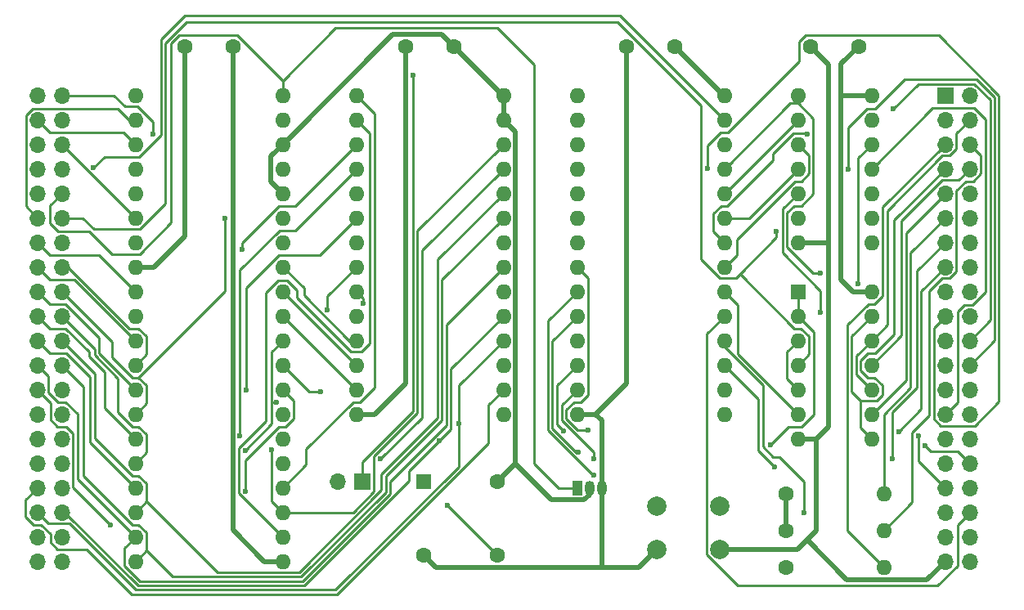
<source format=gbr>
%TF.GenerationSoftware,KiCad,Pcbnew,(5.1.8)-1*%
%TF.CreationDate,2020-12-27T09:28:02+00:00*%
%TF.ProjectId,main-board,6d61696e-2d62-46f6-9172-642e6b696361,rev?*%
%TF.SameCoordinates,Original*%
%TF.FileFunction,Copper,L2,Bot*%
%TF.FilePolarity,Positive*%
%FSLAX46Y46*%
G04 Gerber Fmt 4.6, Leading zero omitted, Abs format (unit mm)*
G04 Created by KiCad (PCBNEW (5.1.8)-1) date 2020-12-27 09:28:02*
%MOMM*%
%LPD*%
G01*
G04 APERTURE LIST*
%TA.AperFunction,ComponentPad*%
%ADD10O,1.600000X1.600000*%
%TD*%
%TA.AperFunction,ComponentPad*%
%ADD11C,1.600000*%
%TD*%
%TA.AperFunction,ComponentPad*%
%ADD12O,1.700000X1.700000*%
%TD*%
%TA.AperFunction,ComponentPad*%
%ADD13R,1.700000X1.700000*%
%TD*%
%TA.AperFunction,ComponentPad*%
%ADD14R,1.600000X1.600000*%
%TD*%
%TA.AperFunction,ComponentPad*%
%ADD15R,1.050000X1.500000*%
%TD*%
%TA.AperFunction,ComponentPad*%
%ADD16O,1.050000X1.500000*%
%TD*%
%TA.AperFunction,ComponentPad*%
%ADD17C,2.000000*%
%TD*%
%TA.AperFunction,ViaPad*%
%ADD18C,0.600000*%
%TD*%
%TA.AperFunction,Conductor*%
%ADD19C,0.500000*%
%TD*%
%TA.AperFunction,Conductor*%
%ADD20C,0.250000*%
%TD*%
G04 APERTURE END LIST*
D10*
%TO.P,R3,2*%
%TO.N,!IRQ*%
X158750000Y-83185000D03*
D11*
%TO.P,R3,1*%
%TO.N,+5V*%
X148590000Y-83185000D03*
%TD*%
D10*
%TO.P,R1,2*%
%TO.N,RDY*%
X158750000Y-75565000D03*
D11*
%TO.P,R1,1*%
%TO.N,+5V*%
X148590000Y-75565000D03*
%TD*%
%TO.P,C4,2*%
%TO.N,+5V*%
X156130000Y-29210000D03*
%TO.P,C4,1*%
%TO.N,GND*%
X151130000Y-29210000D03*
%TD*%
%TO.P,C3,2*%
%TO.N,+5V*%
X137080000Y-29210000D03*
%TO.P,C3,1*%
%TO.N,GND*%
X132080000Y-29210000D03*
%TD*%
%TO.P,C2,2*%
%TO.N,+5V*%
X114220000Y-29210000D03*
%TO.P,C2,1*%
%TO.N,GND*%
X109220000Y-29210000D03*
%TD*%
%TO.P,C1,2*%
%TO.N,GND*%
X91360000Y-29210000D03*
%TO.P,C1,1*%
%TO.N,+5V*%
X86360000Y-29210000D03*
%TD*%
D10*
%TO.P,U3,28*%
%TO.N,+5V*%
X142240000Y-34290000D03*
%TO.P,U3,14*%
%TO.N,GND*%
X127000000Y-67310000D03*
%TO.P,U3,27*%
%TO.N,!WRITE*%
X142240000Y-36830000D03*
%TO.P,U3,13*%
%TO.N,D2*%
X127000000Y-64770000D03*
%TO.P,U3,26*%
%TO.N,A13*%
X142240000Y-39370000D03*
%TO.P,U3,12*%
%TO.N,D1*%
X127000000Y-62230000D03*
%TO.P,U3,25*%
%TO.N,A8*%
X142240000Y-41910000D03*
%TO.P,U3,11*%
%TO.N,D0*%
X127000000Y-59690000D03*
%TO.P,U3,24*%
%TO.N,A9*%
X142240000Y-44450000D03*
%TO.P,U3,10*%
%TO.N,A0*%
X127000000Y-57150000D03*
%TO.P,U3,23*%
%TO.N,A11*%
X142240000Y-46990000D03*
%TO.P,U3,9*%
%TO.N,A1*%
X127000000Y-54610000D03*
%TO.P,U3,22*%
%TO.N,!READ*%
X142240000Y-49530000D03*
%TO.P,U3,8*%
%TO.N,A2*%
X127000000Y-52070000D03*
%TO.P,U3,21*%
%TO.N,A10*%
X142240000Y-52070000D03*
%TO.P,U3,7*%
%TO.N,A3*%
X127000000Y-49530000D03*
%TO.P,U3,20*%
%TO.N,!RAM_SELECT*%
X142240000Y-54610000D03*
%TO.P,U3,6*%
%TO.N,A4*%
X127000000Y-46990000D03*
%TO.P,U3,19*%
%TO.N,D7*%
X142240000Y-57150000D03*
%TO.P,U3,5*%
%TO.N,A5*%
X127000000Y-44450000D03*
%TO.P,U3,18*%
%TO.N,D6*%
X142240000Y-59690000D03*
%TO.P,U3,4*%
%TO.N,A6*%
X127000000Y-41910000D03*
%TO.P,U3,17*%
%TO.N,D5*%
X142240000Y-62230000D03*
%TO.P,U3,3*%
%TO.N,A7*%
X127000000Y-39370000D03*
%TO.P,U3,16*%
%TO.N,D4*%
X142240000Y-64770000D03*
%TO.P,U3,2*%
%TO.N,A12*%
X127000000Y-36830000D03*
%TO.P,U3,15*%
%TO.N,D3*%
X142240000Y-67310000D03*
%TO.P,U3,1*%
%TO.N,A14*%
X127000000Y-34290000D03*
%TD*%
D12*
%TO.P,J2,40*%
%TO.N,GND*%
X167640000Y-82550000D03*
%TO.P,J2,39*%
X165100000Y-82550000D03*
%TO.P,J2,38*%
%TO.N,+5V*%
X167640000Y-80010000D03*
%TO.P,J2,37*%
X165100000Y-80010000D03*
%TO.P,J2,36*%
%TO.N,D7*%
X167640000Y-77470000D03*
%TO.P,J2,35*%
%TO.N,D6*%
X165100000Y-77470000D03*
%TO.P,J2,34*%
%TO.N,D5*%
X167640000Y-74930000D03*
%TO.P,J2,33*%
%TO.N,D4*%
X165100000Y-74930000D03*
%TO.P,J2,32*%
%TO.N,D3*%
X167640000Y-72390000D03*
%TO.P,J2,31*%
%TO.N,D2*%
X165100000Y-72390000D03*
%TO.P,J2,30*%
%TO.N,D1*%
X167640000Y-69850000D03*
%TO.P,J2,29*%
%TO.N,D0*%
X165100000Y-69850000D03*
%TO.P,J2,28*%
%TO.N,A15*%
X167640000Y-67310000D03*
%TO.P,J2,27*%
%TO.N,A14*%
X165100000Y-67310000D03*
%TO.P,J2,26*%
%TO.N,A13*%
X167640000Y-64770000D03*
%TO.P,J2,25*%
%TO.N,A12*%
X165100000Y-64770000D03*
%TO.P,J2,24*%
%TO.N,A11*%
X167640000Y-62230000D03*
%TO.P,J2,23*%
%TO.N,A10*%
X165100000Y-62230000D03*
%TO.P,J2,22*%
%TO.N,A9*%
X167640000Y-59690000D03*
%TO.P,J2,21*%
%TO.N,A8*%
X165100000Y-59690000D03*
%TO.P,J2,20*%
%TO.N,A7*%
X167640000Y-57150000D03*
%TO.P,J2,19*%
%TO.N,A6*%
X165100000Y-57150000D03*
%TO.P,J2,18*%
%TO.N,A5*%
X167640000Y-54610000D03*
%TO.P,J2,17*%
%TO.N,A4*%
X165100000Y-54610000D03*
%TO.P,J2,16*%
%TO.N,A3*%
X167640000Y-52070000D03*
%TO.P,J2,15*%
%TO.N,A2*%
X165100000Y-52070000D03*
%TO.P,J2,14*%
%TO.N,A1*%
X167640000Y-49530000D03*
%TO.P,J2,13*%
%TO.N,A0*%
X165100000Y-49530000D03*
%TO.P,J2,12*%
%TO.N,!P_SELECT*%
X167640000Y-46990000D03*
%TO.P,J2,11*%
%TO.N,RDY*%
X165100000Y-46990000D03*
%TO.P,J2,10*%
%TO.N,!RESET*%
X167640000Y-44450000D03*
%TO.P,J2,9*%
%TO.N,R!W*%
X165100000Y-44450000D03*
%TO.P,J2,8*%
%TO.N,!WRITE*%
X167640000Y-41910000D03*
%TO.P,J2,7*%
%TO.N,!READ*%
X165100000Y-41910000D03*
%TO.P,J2,6*%
%TO.N,!NMI*%
X167640000Y-39370000D03*
%TO.P,J2,5*%
%TO.N,!IRQ*%
X165100000Y-39370000D03*
%TO.P,J2,4*%
%TO.N,PHI2*%
X167640000Y-36830000D03*
%TO.P,J2,3*%
%TO.N,PHI1*%
X165100000Y-36830000D03*
%TO.P,J2,2*%
%TO.N,CLK*%
X167640000Y-34290000D03*
D13*
%TO.P,J2,1*%
%TO.N,GND*%
X165100000Y-34290000D03*
%TD*%
D11*
%TO.P,X1,4*%
%TO.N,GND*%
X111125000Y-81915000D03*
%TO.P,X1,5*%
%TO.N,CLK1*%
X118745000Y-81915000D03*
%TO.P,X1,8*%
%TO.N,+5V*%
X118745000Y-74295000D03*
D14*
%TO.P,X1,1*%
%TO.N,Net-(X1-Pad1)*%
X111125000Y-74295000D03*
%TD*%
D15*
%TO.P,U6,1*%
%TO.N,!RESET*%
X127000000Y-74930000D03*
D16*
%TO.P,U6,3*%
%TO.N,GND*%
X129540000Y-74930000D03*
%TO.P,U6,2*%
%TO.N,+5V*%
X128270000Y-74930000D03*
%TD*%
D17*
%TO.P,SW1,1*%
%TO.N,!RESET*%
X141755000Y-76835000D03*
%TO.P,SW1,2*%
%TO.N,GND*%
X141755000Y-81335000D03*
%TO.P,SW1,1*%
%TO.N,!RESET*%
X135255000Y-76835000D03*
%TO.P,SW1,2*%
%TO.N,GND*%
X135255000Y-81335000D03*
%TD*%
D10*
%TO.P,R2,2*%
%TO.N,!NMI*%
X158750000Y-79375000D03*
D11*
%TO.P,R2,1*%
%TO.N,+5V*%
X148590000Y-79375000D03*
%TD*%
D13*
%TO.P,JP1,1*%
%TO.N,CLK*%
X104775000Y-74295000D03*
D12*
%TO.P,JP1,2*%
%TO.N,CLK1*%
X102235000Y-74295000D03*
%TD*%
D10*
%TO.P,U5,14*%
%TO.N,+5V*%
X157480000Y-54610000D03*
%TO.P,U5,7*%
%TO.N,GND*%
X149860000Y-69850000D03*
%TO.P,U5,13*%
%TO.N,!READ*%
X157480000Y-57150000D03*
%TO.P,U5,6*%
%TO.N,!RAM_SELECT*%
X149860000Y-67310000D03*
%TO.P,U5,12*%
%TO.N,PHI2*%
X157480000Y-59690000D03*
%TO.P,U5,5*%
%TO.N,!ROM_SELECT*%
X149860000Y-64770000D03*
%TO.P,U5,11*%
%TO.N,!WRITE*%
X157480000Y-62230000D03*
%TO.P,U5,4*%
%TO.N,!P_SELECT*%
X149860000Y-62230000D03*
%TO.P,U5,10*%
%TO.N,PHI2*%
X157480000Y-64770000D03*
%TO.P,U5,3*%
%TO.N,!ROM_SELECT*%
X149860000Y-59690000D03*
%TO.P,U5,9*%
%TO.N,R!W*%
X157480000Y-67310000D03*
%TO.P,U5,2*%
%TO.N,A15*%
X149860000Y-57150000D03*
%TO.P,U5,8*%
%TO.N,!READ*%
X157480000Y-69850000D03*
D14*
%TO.P,U5,1*%
%TO.N,A15*%
X149860000Y-54610000D03*
%TD*%
D10*
%TO.P,U4,14*%
%TO.N,+5V*%
X157480000Y-34290000D03*
%TO.P,U4,7*%
%TO.N,GND*%
X149860000Y-49530000D03*
%TO.P,U4,13*%
%TO.N,N/C*%
X157480000Y-36830000D03*
%TO.P,U4,6*%
%TO.N,A13*%
X149860000Y-46990000D03*
%TO.P,U4,12*%
%TO.N,!ROM_SELECT*%
X157480000Y-39370000D03*
%TO.P,U4,5*%
%TO.N,A12*%
X149860000Y-44450000D03*
%TO.P,U4,11*%
%TO.N,A14*%
X157480000Y-41910000D03*
%TO.P,U4,4*%
%TO.N,A11*%
X149860000Y-41910000D03*
%TO.P,U4,10*%
%TO.N,N/C*%
X157480000Y-44450000D03*
%TO.P,U4,3*%
%TO.N,A10*%
X149860000Y-39370000D03*
%TO.P,U4,9*%
%TO.N,N/C*%
X157480000Y-46990000D03*
%TO.P,U4,2*%
%TO.N,A9*%
X149860000Y-36830000D03*
%TO.P,U4,8*%
%TO.N,!P_SELECT*%
X157480000Y-49530000D03*
%TO.P,U4,1*%
%TO.N,A8*%
X149860000Y-34290000D03*
%TD*%
%TO.P,U2,28*%
%TO.N,+5V*%
X119380000Y-34290000D03*
%TO.P,U2,14*%
%TO.N,GND*%
X104140000Y-67310000D03*
%TO.P,U2,27*%
%TO.N,+5V*%
X119380000Y-36830000D03*
%TO.P,U2,13*%
%TO.N,D2*%
X104140000Y-64770000D03*
%TO.P,U2,26*%
%TO.N,A13*%
X119380000Y-39370000D03*
%TO.P,U2,12*%
%TO.N,D1*%
X104140000Y-62230000D03*
%TO.P,U2,25*%
%TO.N,A8*%
X119380000Y-41910000D03*
%TO.P,U2,11*%
%TO.N,D0*%
X104140000Y-59690000D03*
%TO.P,U2,24*%
%TO.N,A9*%
X119380000Y-44450000D03*
%TO.P,U2,10*%
%TO.N,A0*%
X104140000Y-57150000D03*
%TO.P,U2,23*%
%TO.N,A11*%
X119380000Y-46990000D03*
%TO.P,U2,9*%
%TO.N,A1*%
X104140000Y-54610000D03*
%TO.P,U2,22*%
%TO.N,!READ*%
X119380000Y-49530000D03*
%TO.P,U2,8*%
%TO.N,A2*%
X104140000Y-52070000D03*
%TO.P,U2,21*%
%TO.N,A10*%
X119380000Y-52070000D03*
%TO.P,U2,7*%
%TO.N,A3*%
X104140000Y-49530000D03*
%TO.P,U2,20*%
%TO.N,!ROM_SELECT*%
X119380000Y-54610000D03*
%TO.P,U2,6*%
%TO.N,A4*%
X104140000Y-46990000D03*
%TO.P,U2,19*%
%TO.N,D7*%
X119380000Y-57150000D03*
%TO.P,U2,5*%
%TO.N,A5*%
X104140000Y-44450000D03*
%TO.P,U2,18*%
%TO.N,D6*%
X119380000Y-59690000D03*
%TO.P,U2,4*%
%TO.N,A6*%
X104140000Y-41910000D03*
%TO.P,U2,17*%
%TO.N,D5*%
X119380000Y-62230000D03*
%TO.P,U2,3*%
%TO.N,A7*%
X104140000Y-39370000D03*
%TO.P,U2,16*%
%TO.N,D4*%
X119380000Y-64770000D03*
%TO.P,U2,2*%
%TO.N,A12*%
X104140000Y-36830000D03*
%TO.P,U2,15*%
%TO.N,D3*%
X119380000Y-67310000D03*
%TO.P,U2,1*%
%TO.N,A14*%
X104140000Y-34290000D03*
%TD*%
%TO.P,U1,40*%
%TO.N,!RESET*%
X96520000Y-34290000D03*
%TO.P,U1,20*%
%TO.N,A11*%
X81280000Y-82550000D03*
%TO.P,U1,39*%
%TO.N,PHI2*%
X96520000Y-36830000D03*
%TO.P,U1,19*%
%TO.N,A10*%
X81280000Y-80010000D03*
%TO.P,U1,38*%
%TO.N,+5V*%
X96520000Y-39370000D03*
%TO.P,U1,18*%
%TO.N,A9*%
X81280000Y-77470000D03*
%TO.P,U1,37*%
%TO.N,CLK*%
X96520000Y-41910000D03*
%TO.P,U1,17*%
%TO.N,A8*%
X81280000Y-74930000D03*
%TO.P,U1,36*%
%TO.N,+5V*%
X96520000Y-44450000D03*
%TO.P,U1,16*%
%TO.N,A7*%
X81280000Y-72390000D03*
%TO.P,U1,35*%
%TO.N,Net-(U1-Pad35)*%
X96520000Y-46990000D03*
%TO.P,U1,15*%
%TO.N,A6*%
X81280000Y-69850000D03*
%TO.P,U1,34*%
%TO.N,R!W*%
X96520000Y-49530000D03*
%TO.P,U1,14*%
%TO.N,A5*%
X81280000Y-67310000D03*
%TO.P,U1,33*%
%TO.N,D0*%
X96520000Y-52070000D03*
%TO.P,U1,13*%
%TO.N,A4*%
X81280000Y-64770000D03*
%TO.P,U1,32*%
%TO.N,D1*%
X96520000Y-54610000D03*
%TO.P,U1,12*%
%TO.N,A3*%
X81280000Y-62230000D03*
%TO.P,U1,31*%
%TO.N,D2*%
X96520000Y-57150000D03*
%TO.P,U1,11*%
%TO.N,A2*%
X81280000Y-59690000D03*
%TO.P,U1,30*%
%TO.N,D3*%
X96520000Y-59690000D03*
%TO.P,U1,10*%
%TO.N,A1*%
X81280000Y-57150000D03*
%TO.P,U1,29*%
%TO.N,D4*%
X96520000Y-62230000D03*
%TO.P,U1,9*%
%TO.N,A0*%
X81280000Y-54610000D03*
%TO.P,U1,28*%
%TO.N,D5*%
X96520000Y-64770000D03*
%TO.P,U1,8*%
%TO.N,+5V*%
X81280000Y-52070000D03*
%TO.P,U1,27*%
%TO.N,D6*%
X96520000Y-67310000D03*
%TO.P,U1,7*%
%TO.N,Net-(U1-Pad7)*%
X81280000Y-49530000D03*
%TO.P,U1,26*%
%TO.N,D7*%
X96520000Y-69850000D03*
%TO.P,U1,6*%
%TO.N,!NMI*%
X81280000Y-46990000D03*
%TO.P,U1,25*%
%TO.N,A15*%
X96520000Y-72390000D03*
%TO.P,U1,5*%
%TO.N,Net-(U1-Pad5)*%
X81280000Y-44450000D03*
%TO.P,U1,24*%
%TO.N,A14*%
X96520000Y-74930000D03*
%TO.P,U1,4*%
%TO.N,!IRQ*%
X81280000Y-41910000D03*
%TO.P,U1,23*%
%TO.N,A13*%
X96520000Y-77470000D03*
%TO.P,U1,3*%
%TO.N,PHI1*%
X81280000Y-39370000D03*
%TO.P,U1,22*%
%TO.N,A12*%
X96520000Y-80010000D03*
%TO.P,U1,2*%
%TO.N,RDY*%
X81280000Y-36830000D03*
%TO.P,U1,21*%
%TO.N,GND*%
X96520000Y-82550000D03*
%TO.P,U1,1*%
%TO.N,Net-(U1-Pad1)*%
X81280000Y-34290000D03*
%TD*%
D12*
%TO.P,J1,40*%
%TO.N,GND*%
X73660000Y-82550000D03*
%TO.P,J1,39*%
X71120000Y-82550000D03*
%TO.P,J1,38*%
%TO.N,+5V*%
X73660000Y-80010000D03*
%TO.P,J1,37*%
X71120000Y-80010000D03*
%TO.P,J1,36*%
%TO.N,D7*%
X73660000Y-77470000D03*
%TO.P,J1,35*%
%TO.N,D6*%
X71120000Y-77470000D03*
%TO.P,J1,34*%
%TO.N,D5*%
X73660000Y-74930000D03*
%TO.P,J1,33*%
%TO.N,D4*%
X71120000Y-74930000D03*
%TO.P,J1,32*%
%TO.N,D3*%
X73660000Y-72390000D03*
%TO.P,J1,31*%
%TO.N,D2*%
X71120000Y-72390000D03*
%TO.P,J1,30*%
%TO.N,D1*%
X73660000Y-69850000D03*
%TO.P,J1,29*%
%TO.N,D0*%
X71120000Y-69850000D03*
%TO.P,J1,28*%
%TO.N,A15*%
X73660000Y-67310000D03*
%TO.P,J1,27*%
%TO.N,A14*%
X71120000Y-67310000D03*
%TO.P,J1,26*%
%TO.N,A13*%
X73660000Y-64770000D03*
%TO.P,J1,25*%
%TO.N,A12*%
X71120000Y-64770000D03*
%TO.P,J1,24*%
%TO.N,A11*%
X73660000Y-62230000D03*
%TO.P,J1,23*%
%TO.N,A10*%
X71120000Y-62230000D03*
%TO.P,J1,22*%
%TO.N,A9*%
X73660000Y-59690000D03*
%TO.P,J1,21*%
%TO.N,A8*%
X71120000Y-59690000D03*
%TO.P,J1,20*%
%TO.N,A7*%
X73660000Y-57150000D03*
%TO.P,J1,19*%
%TO.N,A6*%
X71120000Y-57150000D03*
%TO.P,J1,18*%
%TO.N,A5*%
X73660000Y-54610000D03*
%TO.P,J1,17*%
%TO.N,A4*%
X71120000Y-54610000D03*
%TO.P,J1,16*%
%TO.N,A3*%
X73660000Y-52070000D03*
%TO.P,J1,15*%
%TO.N,A2*%
X71120000Y-52070000D03*
%TO.P,J1,14*%
%TO.N,A1*%
X73660000Y-49530000D03*
%TO.P,J1,13*%
%TO.N,A0*%
X71120000Y-49530000D03*
%TO.P,J1,12*%
%TO.N,!P_SELECT*%
X73660000Y-46990000D03*
%TO.P,J1,11*%
%TO.N,RDY*%
X71120000Y-46990000D03*
%TO.P,J1,10*%
%TO.N,!RESET*%
X73660000Y-44450000D03*
%TO.P,J1,9*%
%TO.N,R!W*%
X71120000Y-44450000D03*
%TO.P,J1,8*%
%TO.N,!WRITE*%
X73660000Y-41910000D03*
%TO.P,J1,7*%
%TO.N,!READ*%
X71120000Y-41910000D03*
%TO.P,J1,6*%
%TO.N,!NMI*%
X73660000Y-39370000D03*
%TO.P,J1,5*%
%TO.N,!IRQ*%
X71120000Y-39370000D03*
%TO.P,J1,4*%
%TO.N,PHI2*%
X73660000Y-36830000D03*
%TO.P,J1,3*%
%TO.N,PHI1*%
X71120000Y-36830000D03*
%TO.P,J1,2*%
%TO.N,CLK*%
X73660000Y-34290000D03*
%TO.P,J1,1*%
%TO.N,GND*%
X71120000Y-34290000D03*
%TD*%
D18*
%TO.N,+5V*%
X86360000Y-44573100D03*
%TO.N,CLK*%
X110024200Y-32175400D03*
X83091100Y-38335300D03*
%TO.N,!READ*%
X150821200Y-38275700D03*
%TO.N,!WRITE*%
X76956700Y-41746000D03*
%TO.N,A13*%
X95343400Y-70970400D03*
%TO.N,A12*%
X152218700Y-56792700D03*
X78703700Y-78740000D03*
%TO.N,A11*%
X155097700Y-41910000D03*
%TO.N,A9*%
X159707300Y-35704600D03*
%TO.N,A8*%
X106621400Y-71953100D03*
X152218700Y-52686200D03*
%TO.N,A7*%
X92294200Y-50237300D03*
%TO.N,A6*%
X92112900Y-69534400D03*
X140496500Y-41856600D03*
%TO.N,A5*%
X90577300Y-47061700D03*
%TO.N,A4*%
X92738900Y-64770000D03*
%TO.N,A2*%
X101117000Y-56522800D03*
X160287000Y-69105200D03*
X128112500Y-68937800D03*
%TO.N,A1*%
X104895400Y-55806400D03*
X128736400Y-73653600D03*
%TO.N,A0*%
X159632100Y-71933500D03*
X127160400Y-71257400D03*
%TO.N,D7*%
X112713800Y-70066000D03*
%TO.N,D6*%
X114752800Y-68313400D03*
X150495000Y-77470000D03*
%TO.N,D5*%
X92684100Y-75285500D03*
X147475300Y-72787400D03*
%TO.N,D4*%
X100436300Y-64999800D03*
X162330100Y-69585900D03*
%TO.N,D3*%
X92628500Y-71062600D03*
X95868200Y-66076000D03*
X163024900Y-70553200D03*
%TO.N,D2*%
X128736300Y-71882700D03*
%TO.N,D1*%
X125598300Y-69021800D03*
%TO.N,A15*%
X146985900Y-70508200D03*
%TO.N,CLK1*%
X113575100Y-76745100D03*
%TO.N,!ROM_SELECT*%
X156058300Y-53845900D03*
%TO.N,!P_SELECT*%
X147642800Y-48368500D03*
%TD*%
D19*
%TO.N,GND*%
X128905000Y-67310000D02*
X127000000Y-67310000D01*
X132080000Y-29210000D02*
X132080000Y-64135000D01*
X132080000Y-64135000D02*
X128905000Y-67310000D01*
X129540000Y-74930000D02*
X129540000Y-67945000D01*
X129540000Y-67945000D02*
X128905000Y-67310000D01*
X151765000Y-69850000D02*
X149860000Y-69850000D01*
X153035000Y-49530000D02*
X153035000Y-68580000D01*
X153035000Y-68580000D02*
X151765000Y-69850000D01*
X151130000Y-29210000D02*
X153035000Y-31115000D01*
X153035000Y-31115000D02*
X153035000Y-49530000D01*
X149860000Y-49530000D02*
X153035000Y-49530000D01*
X91360000Y-29210000D02*
X91360000Y-79295000D01*
X91360000Y-79295000D02*
X94615000Y-82550000D01*
X94615000Y-82550000D02*
X96520000Y-82550000D01*
X109220000Y-29210000D02*
X109220000Y-64135000D01*
X109220000Y-64135000D02*
X106045000Y-67310000D01*
X106045000Y-67310000D02*
X104140000Y-67310000D01*
X133424999Y-83165001D02*
X135255000Y-81335000D01*
X111125000Y-81915000D02*
X112375001Y-83165001D01*
X129540000Y-83145002D02*
X129559999Y-83165001D01*
X129540000Y-74930000D02*
X129540000Y-83145002D01*
X129559999Y-83165001D02*
X133424999Y-83165001D01*
X112375001Y-83165001D02*
X129559999Y-83165001D01*
X141755000Y-81335000D02*
X149805000Y-81335000D01*
X163214999Y-84435001D02*
X154920001Y-84435001D01*
X165100000Y-82550000D02*
X163214999Y-84435001D01*
X154920001Y-84435001D02*
X150812500Y-80327500D01*
X149805000Y-81335000D02*
X150812500Y-80327500D01*
X151765000Y-79375000D02*
X150812500Y-80327500D01*
X151765000Y-69850000D02*
X151765000Y-79375000D01*
%TO.N,+5V*%
X114220000Y-29210000D02*
X119300000Y-34290000D01*
X119300000Y-34290000D02*
X119340000Y-34290000D01*
X119340000Y-34290000D02*
X119380000Y-34330000D01*
X119380000Y-34330000D02*
X119380000Y-36830000D01*
X119340000Y-34290000D02*
X119380000Y-34290000D01*
X120633900Y-72406100D02*
X118745000Y-74295000D01*
X119380000Y-36830000D02*
X120633900Y-38083900D01*
X120633900Y-38083900D02*
X120633900Y-72406100D01*
X120633900Y-72406100D02*
X124358200Y-76130400D01*
X124358200Y-76130400D02*
X127748900Y-76130400D01*
X127748900Y-76130400D02*
X128270000Y-75609300D01*
X128270000Y-75609300D02*
X128270000Y-74930000D01*
X96520000Y-44450000D02*
X95269500Y-43199500D01*
X95269500Y-43199500D02*
X95269500Y-40620500D01*
X95269500Y-40620500D02*
X96520000Y-39370000D01*
X86360000Y-44573100D02*
X86360000Y-48895000D01*
X86360000Y-48895000D02*
X83185000Y-52070000D01*
X83185000Y-52070000D02*
X81280000Y-52070000D01*
X86360000Y-29210000D02*
X86360000Y-44573100D01*
X157480000Y-34290000D02*
X154305000Y-34290000D01*
X156130000Y-29210000D02*
X154305000Y-31035000D01*
X154305000Y-31035000D02*
X154305000Y-34290000D01*
X154305000Y-34290000D02*
X154305000Y-53340000D01*
X154305000Y-53340000D02*
X155575000Y-54610000D01*
X155575000Y-54610000D02*
X157480000Y-54610000D01*
X137080000Y-29210000D02*
X142160000Y-34290000D01*
X142160000Y-34290000D02*
X142240000Y-34290000D01*
X107930001Y-27959999D02*
X96520000Y-39370000D01*
X112969999Y-27959999D02*
X107930001Y-27959999D01*
X114220000Y-29210000D02*
X112969999Y-27959999D01*
X148590000Y-75565000D02*
X148590000Y-79375000D01*
D20*
%TO.N,CLK*%
X110024200Y-32175400D02*
X110024200Y-67029100D01*
X110024200Y-67029100D02*
X104775000Y-72278300D01*
X104775000Y-72278300D02*
X104775000Y-74295000D01*
X83091100Y-38335300D02*
X83091100Y-37041400D01*
X83091100Y-37041400D02*
X81510600Y-35460900D01*
X81510600Y-35460900D02*
X80229200Y-35460900D01*
X80229200Y-35460900D02*
X79058300Y-34290000D01*
X79058300Y-34290000D02*
X73660000Y-34290000D01*
%TO.N,!READ*%
X150821200Y-38275700D02*
X150733300Y-38187800D01*
X150733300Y-38187800D02*
X149391000Y-38187800D01*
X149391000Y-38187800D02*
X147257000Y-40321800D01*
X147257000Y-40321800D02*
X147257000Y-41030500D01*
X147257000Y-41030500D02*
X142567500Y-45720000D01*
X142567500Y-45720000D02*
X141916600Y-45720000D01*
X141916600Y-45720000D02*
X141098200Y-46538400D01*
X141098200Y-46538400D02*
X141098200Y-48388200D01*
X141098200Y-48388200D02*
X142240000Y-49530000D01*
X156323900Y-65902800D02*
X157990600Y-65902800D01*
X157990600Y-65902800D02*
X158609100Y-65284300D01*
X158609100Y-65284300D02*
X158609100Y-64307500D01*
X158609100Y-64307500D02*
X157801600Y-63500000D01*
X157801600Y-63500000D02*
X157075800Y-63500000D01*
X157075800Y-63500000D02*
X156324200Y-62748400D01*
X156324200Y-62748400D02*
X156324200Y-61765400D01*
X156324200Y-61765400D02*
X157129600Y-60960000D01*
X157129600Y-60960000D02*
X157867200Y-60960000D01*
X157867200Y-60960000D02*
X159810300Y-59016900D01*
X159810300Y-59016900D02*
X159810300Y-47199700D01*
X159810300Y-47199700D02*
X165100000Y-41910000D01*
X157480000Y-57150000D02*
X155423600Y-59206400D01*
X155423600Y-59206400D02*
X155423600Y-65002500D01*
X155423600Y-65002500D02*
X156323900Y-65902800D01*
X156323900Y-65902800D02*
X156323900Y-68693900D01*
X156323900Y-68693900D02*
X157480000Y-69850000D01*
%TO.N,!WRITE*%
X157480000Y-62230000D02*
X160583000Y-59127000D01*
X160583000Y-59127000D02*
X160583000Y-47304700D01*
X160583000Y-47304700D02*
X164802300Y-43085400D01*
X164802300Y-43085400D02*
X166464600Y-43085400D01*
X166464600Y-43085400D02*
X167640000Y-41910000D01*
X131445000Y-26035000D02*
X132080000Y-26670000D01*
X83941400Y-28453600D02*
X86360000Y-26035000D01*
X83941400Y-38369400D02*
X83941400Y-28453600D01*
X78062700Y-40640000D02*
X81670800Y-40640000D01*
X76956700Y-41746000D02*
X78062700Y-40640000D01*
X81670800Y-40640000D02*
X83941400Y-38369400D01*
X132080000Y-26670000D02*
X142240000Y-36830000D01*
X86360000Y-26035000D02*
X131445000Y-26035000D01*
X132045000Y-26635000D02*
X132080000Y-26670000D01*
%TO.N,RDY*%
X165100000Y-46990000D02*
X161483700Y-50606300D01*
X71120000Y-46990000D02*
X69932400Y-45802400D01*
X69932400Y-45802400D02*
X69932400Y-36335600D01*
X69932400Y-36335600D02*
X70620500Y-35647500D01*
X70620500Y-35647500D02*
X79460600Y-35647500D01*
X79460600Y-35647500D02*
X80643100Y-36830000D01*
X80643100Y-36830000D02*
X81280000Y-36830000D01*
X161483700Y-50606300D02*
X161483700Y-64580100D01*
X161483700Y-64580100D02*
X158750000Y-67313800D01*
X158750000Y-75565000D02*
X158750000Y-67310000D01*
%TO.N,R!W*%
X165100000Y-44450000D02*
X161033400Y-48516600D01*
X161033400Y-48516600D02*
X161033400Y-63756600D01*
X161033400Y-63756600D02*
X157480000Y-67310000D01*
%TO.N,!IRQ*%
X165100000Y-39370000D02*
X158611000Y-45859000D01*
X158611000Y-45859000D02*
X158611000Y-55072100D01*
X158611000Y-55072100D02*
X157803100Y-55880000D01*
X157803100Y-55880000D02*
X157149000Y-55880000D01*
X157149000Y-55880000D02*
X154973300Y-58055700D01*
X154973300Y-58055700D02*
X154973300Y-79408300D01*
X154973300Y-79408300D02*
X158750000Y-83185000D01*
%TO.N,!RESET*%
X73660000Y-44450000D02*
X72446400Y-45663600D01*
X72446400Y-45663600D02*
X72446400Y-47499000D01*
X72446400Y-47499000D02*
X73292300Y-48344900D01*
X73292300Y-48344900D02*
X76461900Y-48344900D01*
X76461900Y-48344900D02*
X78832200Y-50715200D01*
X78832200Y-50715200D02*
X81718800Y-50715200D01*
X81718800Y-50715200D02*
X85001100Y-47432900D01*
X85001100Y-47432900D02*
X85001100Y-28911500D01*
X85001100Y-28911500D02*
X85831300Y-28081300D01*
X85831300Y-28081300D02*
X91828100Y-28081300D01*
X91828100Y-28081300D02*
X96520000Y-32773200D01*
X96520000Y-32773200D02*
X96520000Y-34290000D01*
X96520000Y-32773200D02*
X101988200Y-27305000D01*
X101988200Y-27305000D02*
X118745000Y-27305000D01*
X118745000Y-27305000D02*
X122555000Y-31115000D01*
X122555000Y-31115000D02*
X122555000Y-72390000D01*
X125095000Y-74930000D02*
X127000000Y-74930000D01*
X122555000Y-72390000D02*
X125095000Y-74930000D01*
%TO.N,PHI2*%
X167640000Y-36830000D02*
X166275400Y-38194600D01*
X166275400Y-38194600D02*
X166275400Y-39859400D01*
X166275400Y-39859400D02*
X165589400Y-40545400D01*
X165589400Y-40545400D02*
X164802400Y-40545400D01*
X164802400Y-40545400D02*
X159108800Y-46239000D01*
X159108800Y-46239000D02*
X159108800Y-58061200D01*
X159108800Y-58061200D02*
X157480000Y-59690000D01*
X157480000Y-59690000D02*
X155873900Y-61296100D01*
X155873900Y-61296100D02*
X155873900Y-63163900D01*
X155873900Y-63163900D02*
X157480000Y-64770000D01*
%TO.N,PHI1*%
X71120000Y-36830000D02*
X72390000Y-38100000D01*
X72390000Y-38100000D02*
X80010000Y-38100000D01*
X80010000Y-38100000D02*
X81280000Y-39370000D01*
%TO.N,!RAM_SELECT*%
X149860000Y-67310000D02*
X143654600Y-61104600D01*
X143654600Y-61104600D02*
X143654600Y-56024600D01*
X143654600Y-56024600D02*
X142240000Y-54610000D01*
%TO.N,A14*%
X157480000Y-41910000D02*
X163753000Y-35637000D01*
X163753000Y-35637000D02*
X168127000Y-35637000D01*
X168127000Y-35637000D02*
X169282100Y-36792100D01*
X169282100Y-36792100D02*
X169282100Y-54630200D01*
X169282100Y-54630200D02*
X167937700Y-55974600D01*
X167937700Y-55974600D02*
X167114400Y-55974600D01*
X167114400Y-55974600D02*
X166370000Y-56719000D01*
X166370000Y-56719000D02*
X166370000Y-66040000D01*
X166370000Y-66040000D02*
X165100000Y-67310000D01*
X96520000Y-74930000D02*
X98949700Y-72500300D01*
X98949700Y-72500300D02*
X98949700Y-70896800D01*
X98949700Y-70896800D02*
X103806500Y-66040000D01*
X103806500Y-66040000D02*
X104536000Y-66040000D01*
X104536000Y-66040000D02*
X106004900Y-64571100D01*
X106004900Y-64571100D02*
X106004900Y-36154900D01*
X106004900Y-36154900D02*
X104140000Y-34290000D01*
%TO.N,A13*%
X95343400Y-70970400D02*
X95343400Y-76293400D01*
X95343400Y-76293400D02*
X96520000Y-77470000D01*
X119380000Y-39370000D02*
X110474600Y-48275400D01*
X110474600Y-48275400D02*
X110474600Y-67215600D01*
X110474600Y-67215600D02*
X105981100Y-71709100D01*
X105981100Y-71709100D02*
X105981100Y-75293300D01*
X105981100Y-75293300D02*
X103804400Y-77470000D01*
X103804400Y-77470000D02*
X96520000Y-77470000D01*
%TO.N,A12*%
X104140000Y-36830000D02*
X105554600Y-38244600D01*
X105554600Y-38244600D02*
X105554600Y-59952800D01*
X105554600Y-59952800D02*
X104691000Y-60816400D01*
X104691000Y-60816400D02*
X103591700Y-60816400D01*
X103591700Y-60816400D02*
X98000500Y-55225200D01*
X98000500Y-55225200D02*
X98000500Y-54449700D01*
X98000500Y-54449700D02*
X97014100Y-53463300D01*
X97014100Y-53463300D02*
X96044200Y-53463300D01*
X96044200Y-53463300D02*
X94797000Y-54710500D01*
X94797000Y-54710500D02*
X94797000Y-68009800D01*
X94797000Y-68009800D02*
X92003200Y-70803600D01*
X92003200Y-70803600D02*
X92003200Y-75493200D01*
X92003200Y-75493200D02*
X96520000Y-80010000D01*
X149860000Y-44450000D02*
X148270900Y-46039100D01*
X148270900Y-46039100D02*
X148270900Y-50597100D01*
X148270900Y-50597100D02*
X152218700Y-54544900D01*
X152218700Y-54544900D02*
X152218700Y-56792700D01*
X71120000Y-64770000D02*
X72484600Y-66134600D01*
X72484600Y-66134600D02*
X72484600Y-67835600D01*
X72484600Y-67835600D02*
X73229000Y-68580000D01*
X73229000Y-68580000D02*
X74132700Y-68580000D01*
X74132700Y-68580000D02*
X74835400Y-69282700D01*
X74835400Y-69282700D02*
X74835400Y-74871700D01*
X74835400Y-74871700D02*
X78703700Y-78740000D01*
%TO.N,A11*%
X82421400Y-81408600D02*
X82421400Y-79559600D01*
X82421400Y-79559600D02*
X81601800Y-78740000D01*
X81601800Y-78740000D02*
X80956800Y-78740000D01*
X80956800Y-78740000D02*
X75922800Y-73706000D01*
X75922800Y-73706000D02*
X75922800Y-64492800D01*
X75922800Y-64492800D02*
X73660000Y-62230000D01*
X167640000Y-62230000D02*
X170214800Y-59655200D01*
X170214800Y-59655200D02*
X170214800Y-34486900D01*
X170214800Y-34486900D02*
X168383900Y-32656000D01*
X168383900Y-32656000D02*
X160880800Y-32656000D01*
X160880800Y-32656000D02*
X157832200Y-35704600D01*
X157832200Y-35704600D02*
X156993800Y-35704600D01*
X156993800Y-35704600D02*
X155097700Y-37600700D01*
X155097700Y-37600700D02*
X155097700Y-41910000D01*
X119380000Y-46990000D02*
X113001700Y-53368300D01*
X113001700Y-53368300D02*
X113001700Y-67910200D01*
X113001700Y-67910200D02*
X107191500Y-73720400D01*
X107191500Y-73720400D02*
X107191500Y-75356700D01*
X107191500Y-75356700D02*
X98415500Y-84132700D01*
X98415500Y-84132700D02*
X85145500Y-84132700D01*
X85145500Y-84132700D02*
X82421400Y-81408600D01*
X82421400Y-81408600D02*
X81280000Y-82550000D01*
X142240000Y-46990000D02*
X144780000Y-46990000D01*
X144780000Y-46990000D02*
X149860000Y-41910000D01*
%TO.N,A10*%
X71120000Y-62230000D02*
X72295400Y-63405400D01*
X72295400Y-63405400D02*
X72295400Y-65074800D01*
X72295400Y-65074800D02*
X73260600Y-66040000D01*
X73260600Y-66040000D02*
X74061900Y-66040000D01*
X74061900Y-66040000D02*
X75285800Y-67263900D01*
X75285800Y-67263900D02*
X75285800Y-74015800D01*
X75285800Y-74015800D02*
X81280000Y-80010000D01*
X119380000Y-52070000D02*
X113452000Y-57998000D01*
X113452000Y-57998000D02*
X113452000Y-68443500D01*
X113452000Y-68443500D02*
X107641800Y-74253700D01*
X107641800Y-74253700D02*
X107641800Y-75543300D01*
X107641800Y-75543300D02*
X98602100Y-84583000D01*
X98602100Y-84583000D02*
X81721500Y-84583000D01*
X81721500Y-84583000D02*
X80118700Y-82980200D01*
X80118700Y-82980200D02*
X80118700Y-81171300D01*
X80118700Y-81171300D02*
X81280000Y-80010000D01*
X142240000Y-52070000D02*
X143510000Y-50800000D01*
X143510000Y-50800000D02*
X143510000Y-49206800D01*
X143510000Y-49206800D02*
X149536800Y-43180000D01*
X149536800Y-43180000D02*
X150201100Y-43180000D01*
X150201100Y-43180000D02*
X151008500Y-42372600D01*
X151008500Y-42372600D02*
X151008500Y-40518500D01*
X151008500Y-40518500D02*
X149860000Y-39370000D01*
%TO.N,A9*%
X82421400Y-76328600D02*
X82421400Y-74479600D01*
X82421400Y-74479600D02*
X81601800Y-73660000D01*
X81601800Y-73660000D02*
X80958400Y-73660000D01*
X80958400Y-73660000D02*
X77078000Y-69779600D01*
X77078000Y-69779600D02*
X77078000Y-63108000D01*
X77078000Y-63108000D02*
X73660000Y-59690000D01*
X167640000Y-59690000D02*
X169764400Y-57565600D01*
X169764400Y-57565600D02*
X169764400Y-34744800D01*
X169764400Y-34744800D02*
X168128300Y-33108700D01*
X168128300Y-33108700D02*
X162303200Y-33108700D01*
X162303200Y-33108700D02*
X159707300Y-35704600D01*
X119380000Y-44450000D02*
X112551400Y-51278600D01*
X112551400Y-51278600D02*
X112551400Y-67723600D01*
X112551400Y-67723600D02*
X106741200Y-73533800D01*
X106741200Y-73533800D02*
X106741200Y-75170100D01*
X106741200Y-75170100D02*
X98229000Y-83682300D01*
X98229000Y-83682300D02*
X89775100Y-83682300D01*
X89775100Y-83682300D02*
X82421400Y-76328600D01*
X82421400Y-76328600D02*
X81280000Y-77470000D01*
X149860000Y-36830000D02*
X142240000Y-44450000D01*
%TO.N,A8*%
X81280000Y-74930000D02*
X76573100Y-70223100D01*
X76573100Y-70223100D02*
X76573100Y-63438100D01*
X76573100Y-63438100D02*
X74095000Y-60960000D01*
X74095000Y-60960000D02*
X72390000Y-60960000D01*
X72390000Y-60960000D02*
X71120000Y-59690000D01*
X119380000Y-41910000D02*
X110925000Y-50365000D01*
X110925000Y-50365000D02*
X110925000Y-67649500D01*
X110925000Y-67649500D02*
X106621400Y-71953100D01*
X149860000Y-35109900D02*
X151458900Y-36708800D01*
X151458900Y-36708800D02*
X151458900Y-44491200D01*
X151458900Y-44491200D02*
X150230100Y-45720000D01*
X150230100Y-45720000D02*
X149477700Y-45720000D01*
X149477700Y-45720000D02*
X148721300Y-46476400D01*
X148721300Y-46476400D02*
X148721300Y-50013800D01*
X148721300Y-50013800D02*
X151393700Y-52686200D01*
X151393700Y-52686200D02*
X152218700Y-52686200D01*
X142240000Y-41910000D02*
X149040100Y-35109900D01*
X149040100Y-35109900D02*
X149860000Y-35109900D01*
X149860000Y-35109900D02*
X149860000Y-34290000D01*
%TO.N,A7*%
X81280000Y-72390000D02*
X82421400Y-71248600D01*
X82421400Y-71248600D02*
X82421400Y-69399600D01*
X82421400Y-69399600D02*
X81601800Y-68580000D01*
X81601800Y-68580000D02*
X80958500Y-68580000D01*
X80958500Y-68580000D02*
X79463400Y-67084900D01*
X79463400Y-67084900D02*
X79463400Y-63590300D01*
X79463400Y-63590300D02*
X77082500Y-61209400D01*
X77082500Y-61209400D02*
X77082500Y-60572500D01*
X77082500Y-60572500D02*
X73660000Y-57150000D01*
X92294200Y-50237300D02*
X92294200Y-49544400D01*
X92294200Y-49544400D02*
X96118600Y-45720000D01*
X96118600Y-45720000D02*
X97790000Y-45720000D01*
X97790000Y-45720000D02*
X104140000Y-39370000D01*
%TO.N,A6*%
X104140000Y-41910000D02*
X97790000Y-48260000D01*
X97790000Y-48260000D02*
X96190400Y-48260000D01*
X96190400Y-48260000D02*
X92112900Y-52337500D01*
X92112900Y-52337500D02*
X92112900Y-69534400D01*
X71120000Y-57150000D02*
X72390000Y-58420000D01*
X72390000Y-58420000D02*
X74054400Y-58420000D01*
X74054400Y-58420000D02*
X76472900Y-60838500D01*
X76472900Y-60838500D02*
X76472900Y-61326000D01*
X76472900Y-61326000D02*
X78111400Y-62964500D01*
X78111400Y-62964500D02*
X78111400Y-66681400D01*
X78111400Y-66681400D02*
X81280000Y-69850000D01*
X140496500Y-39494100D02*
X140496500Y-41856600D01*
X165100000Y-57150000D02*
X163913100Y-58336900D01*
X170665100Y-34300200D02*
X164423600Y-28058700D01*
X163913100Y-67785600D02*
X164636400Y-68508900D01*
X164423600Y-28058700D02*
X150658000Y-28058700D01*
X164636400Y-68508900D02*
X168180102Y-68508900D01*
X149987800Y-28728900D02*
X149987800Y-30739700D01*
X163913100Y-58336900D02*
X163913100Y-67785600D01*
X168180102Y-68508900D02*
X170665100Y-66023902D01*
X141890600Y-38100000D02*
X140496500Y-39494100D01*
X170665100Y-66023902D02*
X170665100Y-34300200D01*
X150658000Y-28058700D02*
X149987800Y-28728900D01*
X149987800Y-30739700D02*
X142627500Y-38100000D01*
X142627500Y-38100000D02*
X141890600Y-38100000D01*
%TO.N,A5*%
X81601800Y-63500000D02*
X82421400Y-64319600D01*
X82421400Y-64319600D02*
X82421400Y-66168600D01*
X82421400Y-66168600D02*
X81280000Y-67310000D01*
X73660000Y-54610000D02*
X78867800Y-59817800D01*
X78867800Y-59817800D02*
X78867800Y-61409400D01*
X78867800Y-61409400D02*
X80958400Y-63500000D01*
X80958400Y-63500000D02*
X81601800Y-63500000D01*
X90577300Y-47061700D02*
X90577300Y-54524500D01*
X90577300Y-54524500D02*
X81601800Y-63500000D01*
%TO.N,A4*%
X81280000Y-64770000D02*
X77532800Y-61022800D01*
X77532800Y-61022800D02*
X77532800Y-59358300D01*
X77532800Y-59358300D02*
X74054500Y-55880000D01*
X74054500Y-55880000D02*
X72390000Y-55880000D01*
X72390000Y-55880000D02*
X71120000Y-54610000D01*
X92738900Y-54638900D02*
X92738900Y-64770000D01*
X96124998Y-50800000D02*
X92738900Y-54186098D01*
X92738900Y-54186098D02*
X92738900Y-54638900D01*
X100330000Y-50800000D02*
X96124998Y-50800000D01*
X104140000Y-46990000D02*
X100330000Y-50800000D01*
%TO.N,A3*%
X73660000Y-52070000D02*
X74296900Y-52070000D01*
X74296900Y-52070000D02*
X80646900Y-58420000D01*
X80646900Y-58420000D02*
X81601800Y-58420000D01*
X81601800Y-58420000D02*
X82421400Y-59239600D01*
X82421400Y-59239600D02*
X82421400Y-61088600D01*
X82421400Y-61088600D02*
X81280000Y-62230000D01*
%TO.N,A2*%
X128112500Y-68937800D02*
X127035600Y-68937800D01*
X127035600Y-68937800D02*
X125874300Y-67776500D01*
X125874300Y-67776500D02*
X125874300Y-66832400D01*
X125874300Y-66832400D02*
X126666700Y-66040000D01*
X126666700Y-66040000D02*
X127398400Y-66040000D01*
X127398400Y-66040000D02*
X128125400Y-65313000D01*
X128125400Y-65313000D02*
X128125400Y-53195400D01*
X128125400Y-53195400D02*
X127000000Y-52070000D01*
X165100000Y-52070000D02*
X162609600Y-54560400D01*
X162609600Y-54560400D02*
X162609600Y-66782600D01*
X162609600Y-66782600D02*
X160287000Y-69105200D01*
X101117000Y-56522800D02*
X101117000Y-55093000D01*
X101117000Y-55093000D02*
X104140000Y-52070000D01*
X71120000Y-52070000D02*
X72390000Y-53340000D01*
X72390000Y-53340000D02*
X74930000Y-53340000D01*
X74930000Y-53340000D02*
X81280000Y-59690000D01*
%TO.N,A1*%
X104140000Y-54610000D02*
X104895400Y-55365400D01*
X104895400Y-55365400D02*
X104895400Y-55806400D01*
X127000000Y-54610000D02*
X123980400Y-57629600D01*
X123980400Y-57629600D02*
X123980400Y-68977700D01*
X128656300Y-73653600D02*
X128736400Y-73653600D01*
X123980400Y-68977700D02*
X128656300Y-73653600D01*
%TO.N,A0*%
X127000000Y-57150000D02*
X124433700Y-59716300D01*
X124433700Y-59716300D02*
X124433700Y-68793200D01*
X124433700Y-68793200D02*
X126897900Y-71257400D01*
X126897900Y-71257400D02*
X127160400Y-71257400D01*
X165100000Y-49530000D02*
X162159200Y-52470800D01*
X162159200Y-52470800D02*
X162159200Y-64541500D01*
X162159200Y-64541500D02*
X159632100Y-67068600D01*
X159632100Y-67068600D02*
X159632100Y-71933500D01*
X71120000Y-49530000D02*
X72390000Y-50800000D01*
X72390000Y-50800000D02*
X77470000Y-50800000D01*
X77470000Y-50800000D02*
X81280000Y-54610000D01*
%TO.N,D7*%
X73660000Y-77470000D02*
X73950700Y-77470000D01*
X73950700Y-77470000D02*
X81536900Y-85056200D01*
X81536900Y-85056200D02*
X98765800Y-85056200D01*
X98765800Y-85056200D02*
X109610200Y-74211800D01*
X109610200Y-74211800D02*
X109610200Y-73169600D01*
X109610200Y-73169600D02*
X112713800Y-70066000D01*
X112713800Y-70066000D02*
X113902300Y-68877500D01*
X113902300Y-68877500D02*
X113902300Y-62627700D01*
X113902300Y-62627700D02*
X119380000Y-57150000D01*
X142240000Y-57150000D02*
X140394300Y-58995700D01*
X140394300Y-58995700D02*
X140394300Y-81850200D01*
X140394300Y-81850200D02*
X143612800Y-85068700D01*
X143612800Y-85068700D02*
X164279100Y-85068700D01*
X164279100Y-85068700D02*
X166370000Y-82977800D01*
X166370000Y-82977800D02*
X166370000Y-78740000D01*
X166370000Y-78740000D02*
X167640000Y-77470000D01*
%TO.N,D6*%
X71120000Y-77470000D02*
X72295400Y-78645400D01*
X72295400Y-78645400D02*
X74468400Y-78645400D01*
X74468400Y-78645400D02*
X81329500Y-85506500D01*
X81329500Y-85506500D02*
X101987100Y-85506500D01*
X101987100Y-85506500D02*
X114752800Y-72740800D01*
X114752800Y-72740800D02*
X114752800Y-68313400D01*
X114752800Y-68313400D02*
X114752800Y-64317200D01*
X114752800Y-64317200D02*
X119380000Y-59690000D01*
X142240000Y-59690000D02*
X142240000Y-60326900D01*
X142240000Y-60326900D02*
X146227000Y-64313900D01*
X146227000Y-64313900D02*
X146227000Y-70673800D01*
X146227000Y-70673800D02*
X147308200Y-71755000D01*
X147308200Y-71755000D02*
X147367902Y-71755000D01*
X147367902Y-71755000D02*
X147955000Y-71755000D01*
X150495000Y-74295000D02*
X150495000Y-77470000D01*
X147955000Y-71755000D02*
X150495000Y-74295000D01*
%TO.N,D5*%
X96520000Y-64770000D02*
X97674300Y-65924300D01*
X97674300Y-65924300D02*
X97674300Y-67749000D01*
X97674300Y-67749000D02*
X96843300Y-68580000D01*
X96843300Y-68580000D02*
X96166200Y-68580000D01*
X96166200Y-68580000D02*
X92684100Y-72062100D01*
X92684100Y-72062100D02*
X92684100Y-75285500D01*
X142240000Y-62230000D02*
X145776700Y-65766700D01*
X145776700Y-65766700D02*
X145776700Y-71088800D01*
X145776700Y-71088800D02*
X147475300Y-72787400D01*
%TO.N,D4*%
X100436300Y-64999800D02*
X99289800Y-64999800D01*
X99289800Y-64999800D02*
X96520000Y-62230000D01*
X71120000Y-74930000D02*
X69914300Y-76135700D01*
X69914300Y-76135700D02*
X69914300Y-77933000D01*
X69914300Y-77933000D02*
X70721300Y-78740000D01*
X70721300Y-78740000D02*
X71529400Y-78740000D01*
X71529400Y-78740000D02*
X72484600Y-79695200D01*
X72484600Y-79695200D02*
X72484600Y-80535600D01*
X72484600Y-80535600D02*
X73229000Y-81280000D01*
X73229000Y-81280000D02*
X76238900Y-81280000D01*
X76238900Y-81280000D02*
X80915700Y-85956800D01*
X80915700Y-85956800D02*
X102186900Y-85956800D01*
X102186900Y-85956800D02*
X117806100Y-70337600D01*
X117806100Y-70337600D02*
X117806100Y-66343900D01*
X117806100Y-66343900D02*
X119380000Y-64770000D01*
X165100000Y-74930000D02*
X162330100Y-72160100D01*
X162330100Y-72160100D02*
X162330100Y-69585900D01*
%TO.N,D3*%
X95391500Y-66076000D02*
X95868200Y-66076000D01*
X96520000Y-59690000D02*
X95391500Y-60818500D01*
X95391500Y-60818500D02*
X95391500Y-66076000D01*
X92628500Y-71062600D02*
X95391500Y-68299600D01*
X95391500Y-68299600D02*
X95391500Y-66076000D01*
X167640000Y-72390000D02*
X166370000Y-71120000D01*
X166370000Y-71120000D02*
X163591700Y-71120000D01*
X163591700Y-71120000D02*
X163024900Y-70553200D01*
%TO.N,D2*%
X96520000Y-57150000D02*
X104140000Y-64770000D01*
X127000000Y-64770000D02*
X125410200Y-66359800D01*
X125410200Y-66359800D02*
X125410200Y-67949300D01*
X125410200Y-67949300D02*
X128736300Y-71275400D01*
X128736300Y-71275400D02*
X128736300Y-71882700D01*
%TO.N,D1*%
X125598300Y-69021800D02*
X124946000Y-68369500D01*
X124946000Y-68369500D02*
X124946000Y-64284000D01*
X124946000Y-64284000D02*
X127000000Y-62230000D01*
X96520000Y-54610000D02*
X104140000Y-62230000D01*
%TO.N,D0*%
X104140000Y-59690000D02*
X103399900Y-59690000D01*
X103399900Y-59690000D02*
X98717400Y-55007500D01*
X98717400Y-55007500D02*
X98717400Y-54267400D01*
X98717400Y-54267400D02*
X96520000Y-52070000D01*
%TO.N,!NMI*%
X167640000Y-39370000D02*
X168815400Y-40545400D01*
X168815400Y-40545400D02*
X168815400Y-42398800D01*
X168815400Y-42398800D02*
X168034200Y-43180000D01*
X168034200Y-43180000D02*
X167240700Y-43180000D01*
X167240700Y-43180000D02*
X166275400Y-44145300D01*
X166275400Y-44145300D02*
X166275400Y-52559400D01*
X166275400Y-52559400D02*
X165589400Y-53245400D01*
X165589400Y-53245400D02*
X164802300Y-53245400D01*
X164802300Y-53245400D02*
X163462700Y-54585000D01*
X163462700Y-54585000D02*
X163462700Y-67447700D01*
X163462700Y-67447700D02*
X161674700Y-69235700D01*
X161674700Y-69235700D02*
X161674700Y-76210400D01*
X161674700Y-76210400D02*
X161674600Y-76210400D01*
X73660000Y-39370000D02*
X81280000Y-46990000D01*
X161674700Y-76450300D02*
X161674700Y-76210400D01*
X158750000Y-79375000D02*
X161674700Y-76450300D01*
%TO.N,A15*%
X146985900Y-70508200D02*
X148914100Y-68580000D01*
X148914100Y-68580000D02*
X150208700Y-68580000D01*
X150208700Y-68580000D02*
X151479100Y-67309600D01*
X151479100Y-67309600D02*
X151479100Y-58769100D01*
X151479100Y-58769100D02*
X149860000Y-57150000D01*
X149860000Y-54610000D02*
X149860000Y-57150000D01*
%TO.N,CLK1*%
X113575100Y-76745100D02*
X118745000Y-81915000D01*
%TO.N,!ROM_SELECT*%
X157480000Y-39370000D02*
X156058300Y-40791700D01*
X156058300Y-40791700D02*
X156058300Y-53845900D01*
X149860000Y-64770000D02*
X148734600Y-63644600D01*
X148734600Y-63644600D02*
X148734600Y-60815400D01*
X148734600Y-60815400D02*
X149860000Y-59690000D01*
%TO.N,!P_SELECT*%
X149860000Y-62230000D02*
X151019700Y-61070300D01*
X151019700Y-61070300D02*
X151019700Y-59252800D01*
X151019700Y-59252800D02*
X150186900Y-58420000D01*
X150186900Y-58420000D02*
X149502400Y-58420000D01*
X149502400Y-58420000D02*
X143852100Y-52769600D01*
X143852100Y-52769600D02*
X147642800Y-48978900D01*
X147642800Y-48978900D02*
X147642800Y-48368500D01*
X143424300Y-53197400D02*
X143852100Y-52769600D01*
X139844500Y-51296900D02*
X141745000Y-53197400D01*
X141745000Y-53197400D02*
X143424300Y-53197400D01*
X139844500Y-35309498D02*
X139844500Y-51296900D01*
X131205002Y-26670000D02*
X139844500Y-35309498D01*
X84391800Y-28883900D02*
X86605700Y-26670000D01*
X86605700Y-26670000D02*
X131205002Y-26670000D01*
X84391800Y-45526200D02*
X84391800Y-28883900D01*
X76997300Y-48166600D02*
X81751400Y-48166600D01*
X81751400Y-48166600D02*
X84391800Y-45526200D01*
X75820700Y-46990000D02*
X76997300Y-48166600D01*
X73660000Y-46990000D02*
X75820700Y-46990000D01*
%TD*%
M02*

</source>
